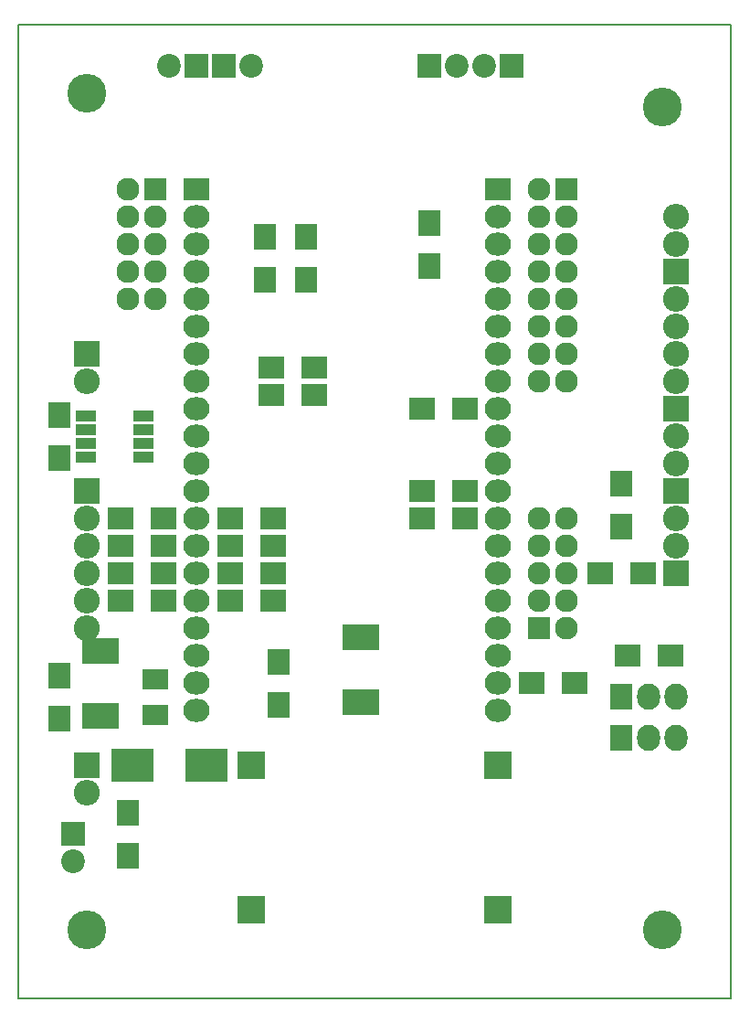
<source format=gbr>
%TF.GenerationSoftware,KiCad,Pcbnew,4.0.7*%
%TF.CreationDate,2018-04-11T17:00:31+03:00*%
%TF.ProjectId,mmnet_base_00,6D6D6E65745F626173655F30302E6B69,rev?*%
%TF.FileFunction,Soldermask,Bot*%
%FSLAX46Y46*%
G04 Gerber Fmt 4.6, Leading zero omitted, Abs format (unit mm)*
G04 Created by KiCad (PCBNEW 4.0.7) date 04/11/18 17:00:31*
%MOMM*%
%LPD*%
G01*
G04 APERTURE LIST*
%ADD10C,0.100000*%
%ADD11C,0.150000*%
%ADD12R,2.000000X2.400000*%
%ADD13R,3.399740X2.398980*%
%ADD14R,2.400000X2.000000*%
%ADD15R,3.900000X3.100000*%
%ADD16R,2.432000X1.924000*%
%ADD17O,2.398980X2.398980*%
%ADD18R,2.398980X2.398980*%
%ADD19R,2.635200X2.635200*%
%ADD20R,2.127200X2.127200*%
%ADD21O,2.127200X2.127200*%
%ADD22R,2.432000X2.127200*%
%ADD23O,2.432000X2.127200*%
%ADD24R,2.127200X2.432000*%
%ADD25O,2.127200X2.432000*%
%ADD26R,2.400000X2.100000*%
%ADD27R,2.100000X2.400000*%
%ADD28R,1.950000X1.000000*%
%ADD29R,2.200000X2.200000*%
%ADD30C,2.200000*%
%ADD31C,3.600000*%
G04 APERTURE END LIST*
D10*
D11*
X170180000Y-41910000D02*
X170180000Y-132080000D01*
X104140000Y-41910000D02*
X104140000Y-132080000D01*
X170180000Y-132080000D02*
X104140000Y-132080000D01*
X104140000Y-41910000D02*
X170180000Y-41910000D01*
D12*
X107950000Y-78010000D03*
X107950000Y-82010000D03*
X128270000Y-100870000D03*
X128270000Y-104870000D03*
D13*
X135890000Y-98600260D03*
X135890000Y-104599740D03*
D14*
X141510000Y-77470000D03*
X145510000Y-77470000D03*
D13*
X111760000Y-105869740D03*
X111760000Y-99870260D03*
D12*
X107950000Y-102140000D03*
X107950000Y-106140000D03*
D15*
X121510000Y-110490000D03*
X114710000Y-110490000D03*
D16*
X116840000Y-102489000D03*
X116840000Y-105791000D03*
D17*
X110490000Y-113030000D03*
D18*
X110490000Y-110490000D03*
D17*
X110490000Y-74930000D03*
D18*
X110490000Y-72390000D03*
D17*
X165100000Y-59690000D03*
D18*
X165100000Y-64770000D03*
D17*
X165100000Y-62230000D03*
X165100000Y-69850000D03*
D18*
X165100000Y-77470000D03*
D17*
X165100000Y-74930000D03*
X165100000Y-72390000D03*
X165100000Y-67310000D03*
X165100000Y-80010000D03*
D18*
X165100000Y-85090000D03*
D17*
X165100000Y-82550000D03*
X165100000Y-87630000D03*
D18*
X165100000Y-92710000D03*
D17*
X165100000Y-90170000D03*
X110490000Y-92710000D03*
D18*
X110490000Y-85090000D03*
D17*
X110490000Y-87630000D03*
X110490000Y-90170000D03*
X110490000Y-95250000D03*
X110490000Y-97790000D03*
D19*
X125730000Y-110490000D03*
X125730000Y-123825000D03*
D20*
X116840000Y-57150000D03*
D21*
X114300000Y-57150000D03*
X116840000Y-59690000D03*
X114300000Y-59690000D03*
X116840000Y-62230000D03*
X114300000Y-62230000D03*
X116840000Y-64770000D03*
X114300000Y-64770000D03*
X116840000Y-67310000D03*
X114300000Y-67310000D03*
D19*
X148590000Y-110490000D03*
X148590000Y-123825000D03*
D22*
X120650000Y-57150000D03*
D23*
X120650000Y-59690000D03*
X120650000Y-62230000D03*
X120650000Y-64770000D03*
X120650000Y-67310000D03*
X120650000Y-69850000D03*
X120650000Y-72390000D03*
X120650000Y-74930000D03*
X120650000Y-77470000D03*
X120650000Y-80010000D03*
X120650000Y-82550000D03*
X120650000Y-85090000D03*
X120650000Y-87630000D03*
X120650000Y-90170000D03*
X120650000Y-92710000D03*
X120650000Y-95250000D03*
X120650000Y-97790000D03*
X120650000Y-100330000D03*
X120650000Y-102870000D03*
X120650000Y-105410000D03*
D22*
X148590000Y-57150000D03*
D23*
X148590000Y-59690000D03*
X148590000Y-62230000D03*
X148590000Y-64770000D03*
X148590000Y-67310000D03*
X148590000Y-69850000D03*
X148590000Y-72390000D03*
X148590000Y-74930000D03*
X148590000Y-77470000D03*
X148590000Y-80010000D03*
X148590000Y-82550000D03*
X148590000Y-85090000D03*
X148590000Y-87630000D03*
X148590000Y-90170000D03*
X148590000Y-92710000D03*
X148590000Y-95250000D03*
X148590000Y-97790000D03*
X148590000Y-100330000D03*
X148590000Y-102870000D03*
X148590000Y-105410000D03*
D24*
X160020000Y-104140000D03*
D25*
X162560000Y-104140000D03*
X165100000Y-104140000D03*
D24*
X160020000Y-107950000D03*
D25*
X162560000Y-107950000D03*
X165100000Y-107950000D03*
D20*
X154940000Y-57150000D03*
D21*
X152400000Y-57150000D03*
X154940000Y-59690000D03*
X152400000Y-59690000D03*
X154940000Y-62230000D03*
X152400000Y-62230000D03*
X154940000Y-64770000D03*
X152400000Y-64770000D03*
X154940000Y-67310000D03*
X152400000Y-67310000D03*
X154940000Y-69850000D03*
X152400000Y-69850000D03*
X154940000Y-72390000D03*
X152400000Y-72390000D03*
X154940000Y-74930000D03*
X152400000Y-74930000D03*
D20*
X152400000Y-97790000D03*
D21*
X154940000Y-97790000D03*
X152400000Y-95250000D03*
X154940000Y-95250000D03*
X152400000Y-92710000D03*
X154940000Y-92710000D03*
X152400000Y-90170000D03*
X154940000Y-90170000D03*
X152400000Y-87630000D03*
X154940000Y-87630000D03*
D26*
X127540000Y-73660000D03*
X131540000Y-73660000D03*
X127540000Y-76200000D03*
X131540000Y-76200000D03*
X123730000Y-87630000D03*
X127730000Y-87630000D03*
X123730000Y-90170000D03*
X127730000Y-90170000D03*
X123730000Y-92710000D03*
X127730000Y-92710000D03*
X123730000Y-95250000D03*
X127730000Y-95250000D03*
D27*
X114300000Y-118840000D03*
X114300000Y-114840000D03*
X127000000Y-61500000D03*
X127000000Y-65500000D03*
X130810000Y-61500000D03*
X130810000Y-65500000D03*
X142240000Y-60230000D03*
X142240000Y-64230000D03*
D26*
X160560000Y-100330000D03*
X164560000Y-100330000D03*
X155670000Y-102870000D03*
X151670000Y-102870000D03*
X145510000Y-85090000D03*
X141510000Y-85090000D03*
X145510000Y-87630000D03*
X141510000Y-87630000D03*
D27*
X160020000Y-88360000D03*
X160020000Y-84360000D03*
D26*
X162020000Y-92710000D03*
X158020000Y-92710000D03*
X113570000Y-87630000D03*
X117570000Y-87630000D03*
X113570000Y-90170000D03*
X117570000Y-90170000D03*
X113570000Y-92710000D03*
X117570000Y-92710000D03*
X113570000Y-95250000D03*
X117570000Y-95250000D03*
D28*
X115730000Y-78105000D03*
X115730000Y-79375000D03*
X115730000Y-80645000D03*
X115730000Y-81915000D03*
X110330000Y-81915000D03*
X110330000Y-80645000D03*
X110330000Y-79375000D03*
X110330000Y-78105000D03*
D29*
X109220000Y-116840000D03*
D30*
X109220000Y-119380000D03*
D29*
X123190000Y-45720000D03*
D30*
X125730000Y-45720000D03*
D29*
X120650000Y-45720000D03*
D30*
X118110000Y-45720000D03*
D29*
X142240000Y-45720000D03*
D30*
X144780000Y-45720000D03*
D29*
X149860000Y-45720000D03*
D30*
X147320000Y-45720000D03*
D31*
X163830000Y-49530000D03*
X110490000Y-48260000D03*
X110490000Y-125730000D03*
X163830000Y-125730000D03*
M02*

</source>
